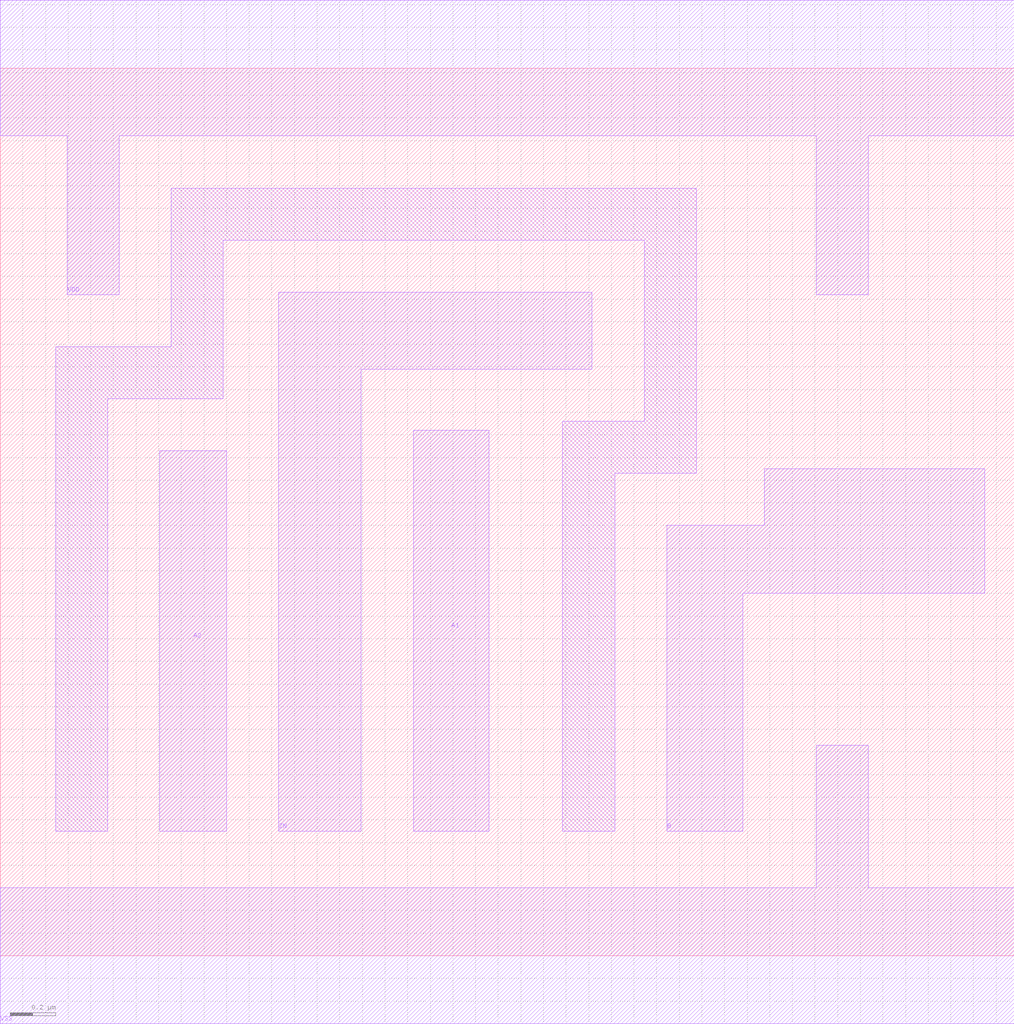
<source format=lef>
# Copyright 2022 GlobalFoundries PDK Authors
#
# Licensed under the Apache License, Version 2.0 (the "License");
# you may not use this file except in compliance with the License.
# You may obtain a copy of the License at
#
#      http://www.apache.org/licenses/LICENSE-2.0
#
# Unless required by applicable law or agreed to in writing, software
# distributed under the License is distributed on an "AS IS" BASIS,
# WITHOUT WARRANTIES OR CONDITIONS OF ANY KIND, either express or implied.
# See the License for the specific language governing permissions and
# limitations under the License.

MACRO gf180mcu_fd_sc_mcu7t5v0__oai21_1
  CLASS core ;
  FOREIGN gf180mcu_fd_sc_mcu7t5v0__oai21_1 0.0 0.0 ;
  ORIGIN 0 0 ;
  SYMMETRY X Y ;
  SITE GF018hv5v_mcu_sc7 ;
  SIZE 4.48 BY 3.92 ;
  PIN A1
    DIRECTION INPUT ;
    ANTENNAGATEAREA 1.102 ;
    PORT
      LAYER Metal1 ;
        POLYGON 1.825 0.55 2.16 0.55 2.16 2.32 1.825 2.32  ;
    END
  END A1
  PIN A2
    DIRECTION INPUT ;
    ANTENNAGATEAREA 1.102 ;
    PORT
      LAYER Metal1 ;
        POLYGON 0.705 0.55 1 0.55 1 2.23 0.705 2.23  ;
    END
  END A2
  PIN B
    DIRECTION INPUT ;
    ANTENNAGATEAREA 1.057 ;
    PORT
      LAYER Metal1 ;
        POLYGON 2.945 0.55 3.28 0.55 3.28 1.6 4.35 1.6 4.35 2.15 3.375 2.15 3.375 1.9 2.945 1.9  ;
    END
  END B
  PIN ZN
    DIRECTION OUTPUT ;
    ANTENNADIFFAREA 1.276 ;
    PORT
      LAYER Metal1 ;
        POLYGON 1.23 0.55 1.595 0.55 1.595 2.59 2.615 2.59 2.615 2.93 1.23 2.93  ;
    END
  END ZN
  PIN VDD
    DIRECTION INOUT ;
    USE power ;
    SHAPE ABUTMENT ;
    PORT
      LAYER Metal1 ;
        POLYGON 0 3.62 0.295 3.62 0.295 2.92 0.525 2.92 0.525 3.62 3.075 3.62 3.605 3.62 3.605 2.92 3.835 2.92 3.835 3.62 4.48 3.62 4.48 4.22 3.075 4.22 0 4.22  ;
    END
  END VDD
  PIN VSS
    DIRECTION INOUT ;
    USE ground ;
    SHAPE ABUTMENT ;
    PORT
      LAYER Metal1 ;
        POLYGON 0 -0.3 4.48 -0.3 4.48 0.3 3.835 0.3 3.835 0.93 3.605 0.93 3.605 0.3 0 0.3  ;
    END
  END VSS
  OBS
      LAYER Metal1 ;
        POLYGON 0.245 0.55 0.475 0.55 0.475 1.16 0.475 2.46 0.985 2.46 0.985 3.16 2.845 3.16 2.845 2.36 2.485 2.36 2.485 0.55 2.715 0.55 2.715 2.13 3.075 2.13 3.075 3.39 0.755 3.39 0.755 2.69 0.245 2.69 0.245 1.16  ;
  END
END gf180mcu_fd_sc_mcu7t5v0__oai21_1

</source>
